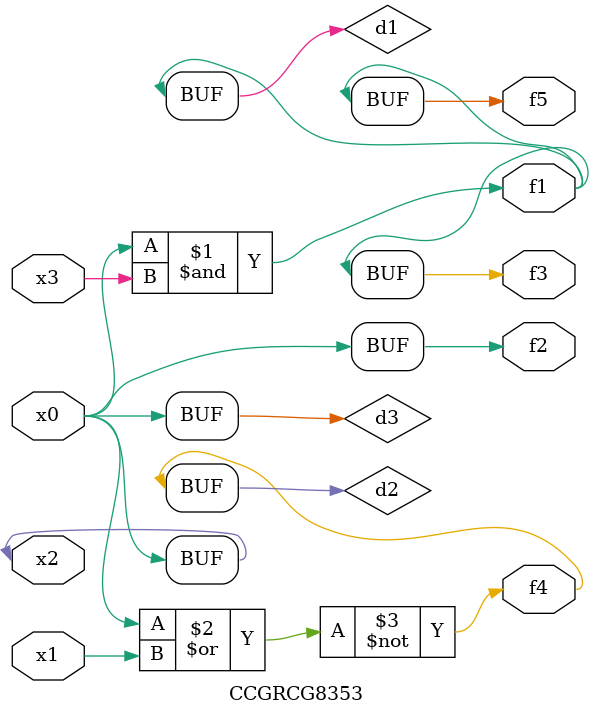
<source format=v>
module CCGRCG8353(
	input x0, x1, x2, x3,
	output f1, f2, f3, f4, f5
);

	wire d1, d2, d3;

	and (d1, x2, x3);
	nor (d2, x0, x1);
	buf (d3, x0, x2);
	assign f1 = d1;
	assign f2 = d3;
	assign f3 = d1;
	assign f4 = d2;
	assign f5 = d1;
endmodule

</source>
